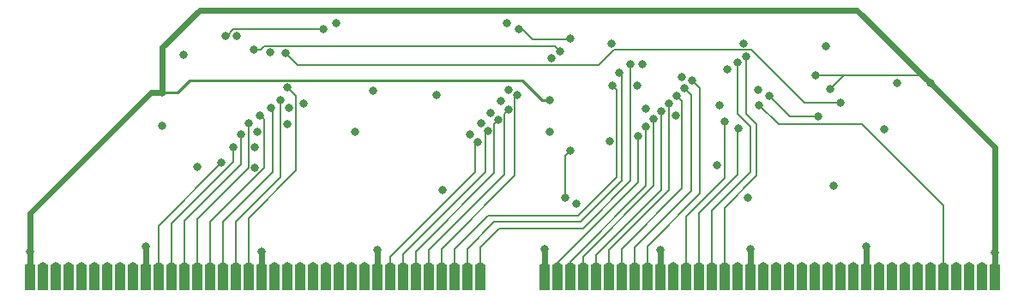
<source format=gbl>
G04 #@! TF.GenerationSoftware,KiCad,Pcbnew,7.0.9*
G04 #@! TF.CreationDate,2024-01-22T22:48:28+01:00*
G04 #@! TF.ProjectId,simm72,73696d6d-3732-42e6-9b69-6361645f7063,A*
G04 #@! TF.SameCoordinates,Original*
G04 #@! TF.FileFunction,Copper,L4,Bot*
G04 #@! TF.FilePolarity,Positive*
%FSLAX46Y46*%
G04 Gerber Fmt 4.6, Leading zero omitted, Abs format (unit mm)*
G04 Created by KiCad (PCBNEW 7.0.9) date 2024-01-22 22:48:28*
%MOMM*%
%LPD*%
G01*
G04 APERTURE LIST*
G04 #@! TA.AperFunction,SMDPad,CuDef*
%ADD10R,1.040000X2.540000*%
G04 #@! TD*
G04 #@! TA.AperFunction,ViaPad*
%ADD11C,0.800000*%
G04 #@! TD*
G04 #@! TA.AperFunction,Conductor*
%ADD12C,0.609600*%
G04 #@! TD*
G04 #@! TA.AperFunction,Conductor*
%ADD13C,0.152400*%
G04 #@! TD*
G04 #@! TA.AperFunction,Conductor*
%ADD14C,0.254000*%
G04 #@! TD*
G04 APERTURE END LIST*
D10*
X57375000Y-113921000D03*
X58645000Y-113921000D03*
X59915000Y-113921000D03*
X61185000Y-113921000D03*
X62455000Y-113921000D03*
X63725000Y-113921000D03*
X64995000Y-113921000D03*
X66265000Y-113921000D03*
X67535000Y-113921000D03*
X68805000Y-113921000D03*
X70075000Y-113921000D03*
X71345000Y-113921000D03*
X72615000Y-113921000D03*
X73885000Y-113921000D03*
X75155000Y-113921000D03*
X76425000Y-113921000D03*
X77695000Y-113921000D03*
X78965000Y-113921000D03*
X80235000Y-113921000D03*
X81505000Y-113921000D03*
X82775000Y-113921000D03*
X84045000Y-113921000D03*
X85315000Y-113921000D03*
X86585000Y-113921000D03*
X87855000Y-113921000D03*
X89125000Y-113921000D03*
X90395000Y-113921000D03*
X91665000Y-113921000D03*
X92935000Y-113921000D03*
X94205000Y-113921000D03*
X95475000Y-113921000D03*
X96745000Y-113921000D03*
X98015000Y-113921000D03*
X99285000Y-113921000D03*
X100555000Y-113921000D03*
X101825000Y-113921000D03*
X108175000Y-113921000D03*
X109445000Y-113921000D03*
X110715000Y-113921000D03*
X111985000Y-113921000D03*
X113255000Y-113921000D03*
X114525000Y-113921000D03*
X115795000Y-113921000D03*
X117065000Y-113921000D03*
X118335000Y-113921000D03*
X119605000Y-113921000D03*
X120875000Y-113921000D03*
X122145000Y-113921000D03*
X123415000Y-113921000D03*
X124685000Y-113921000D03*
X125955000Y-113921000D03*
X127225000Y-113921000D03*
X128495000Y-113921000D03*
X129765000Y-113921000D03*
X131035000Y-113921000D03*
X132305000Y-113921000D03*
X133575000Y-113921000D03*
X134845000Y-113921000D03*
X136115000Y-113921000D03*
X137385000Y-113921000D03*
X138655000Y-113921000D03*
X139925000Y-113921000D03*
X141195000Y-113921000D03*
X142465000Y-113921000D03*
X143735000Y-113921000D03*
X145005000Y-113921000D03*
X146275000Y-113921000D03*
X147545000Y-113921000D03*
X148815000Y-113921000D03*
X150085000Y-113921000D03*
X151355000Y-113921000D03*
X152625000Y-113921000D03*
D11*
X58645000Y-112854200D03*
X86378816Y-89362184D03*
X76679000Y-90045000D03*
X105635000Y-89381900D03*
X110778134Y-90362134D03*
X59915000Y-112854200D03*
X61185000Y-112854200D03*
X62455000Y-112854200D03*
X63725000Y-112854200D03*
X64995000Y-112854200D03*
X66265000Y-112854200D03*
X67535000Y-112854200D03*
X138655000Y-112854200D03*
X137385000Y-112854200D03*
X136115000Y-112854200D03*
X101952000Y-98681000D03*
X121764000Y-94109000D03*
X127860000Y-90813900D03*
X108175000Y-111127000D03*
X142973000Y-94744000D03*
X79593100Y-101094000D03*
X114779000Y-90800100D03*
X68805000Y-110873000D03*
X128495000Y-112854200D03*
X121135900Y-97919000D03*
X68805000Y-112854200D03*
X126209000Y-93340100D03*
X128495000Y-111127000D03*
X70456000Y-98935000D03*
X80235000Y-111381000D03*
X111350000Y-106675100D03*
X73885000Y-102999000D03*
X135988000Y-91061000D03*
X77822000Y-90045000D03*
X125447000Y-96903000D03*
X141779000Y-99316000D03*
X82775000Y-98808000D03*
X139925000Y-110873000D03*
X104492000Y-88775000D03*
X97507000Y-95887000D03*
X125193000Y-102872000D03*
X91665000Y-112854200D03*
X114652000Y-100509800D03*
X129257000Y-95379000D03*
X72568034Y-91903034D03*
X108175000Y-112854200D03*
X89506000Y-99570000D03*
X79593100Y-103126000D03*
X117319000Y-95004900D03*
X81124000Y-91695500D03*
X139925000Y-112854200D03*
X91665000Y-111254000D03*
X108683000Y-99570000D03*
X79860900Y-99570000D03*
X91284000Y-95506000D03*
X118208000Y-97284000D03*
X87601000Y-88775000D03*
X98142000Y-105285000D03*
X128241000Y-106047000D03*
X100809000Y-99824000D03*
X102841000Y-97665000D03*
X119605000Y-112854200D03*
X104619000Y-95379000D03*
X80235000Y-112854200D03*
X136750000Y-104904000D03*
X82965134Y-97220866D03*
X108873134Y-92267134D03*
X84425634Y-96776366D03*
X103857000Y-96522000D03*
X119605000Y-111254000D03*
X117827000Y-92839000D03*
X70075000Y-112854200D03*
X76298000Y-102618000D03*
X77441000Y-101094000D03*
X71345000Y-112854200D03*
X72615000Y-112854200D03*
X78203000Y-99824000D03*
X73885000Y-112854200D03*
X78965000Y-98681000D03*
X80108366Y-97918634D03*
X75155000Y-112854200D03*
X81187866Y-97220134D03*
X76425000Y-112854200D03*
X82140000Y-96395000D03*
X77695000Y-112854200D03*
X78965000Y-112854200D03*
X82774634Y-95125366D03*
X81505000Y-112854200D03*
X82775000Y-112854200D03*
X84045000Y-112854200D03*
X85315000Y-112854200D03*
X86585000Y-112854200D03*
X87855000Y-112854200D03*
X89125000Y-112854200D03*
X90395000Y-112854200D03*
X92935000Y-112854200D03*
X101577900Y-100586000D03*
X94205000Y-112854200D03*
X102593900Y-99443000D03*
X103603000Y-98381900D03*
X95475000Y-112854200D03*
X104625900Y-97381900D03*
X96745000Y-112854200D03*
X105508000Y-95887000D03*
X98015000Y-112854200D03*
X114906000Y-94991100D03*
X99285000Y-112854200D03*
X100555000Y-112854200D03*
X115541000Y-93734900D03*
X101825000Y-112854200D03*
X116684000Y-92839000D03*
X117446000Y-99951000D03*
X109445000Y-112854200D03*
X118208000Y-99062000D03*
X110715000Y-112854200D03*
X118970000Y-98300000D03*
X111985000Y-112854200D03*
X119732000Y-97538000D03*
X113255000Y-112854200D03*
X114525000Y-112854200D03*
X120494000Y-96776000D03*
X121256000Y-96014000D03*
X115795000Y-112854200D03*
X117065000Y-112854200D03*
X122018000Y-95252000D03*
X122780000Y-94490000D03*
X118335000Y-112854200D03*
X122145000Y-112854200D03*
X125955000Y-98554000D03*
X123415000Y-112854200D03*
X127352000Y-99189000D03*
X127225000Y-92712000D03*
X124685000Y-112854200D03*
X125955000Y-112854200D03*
X128114000Y-92070100D03*
X127225000Y-112854200D03*
X110715000Y-101431100D03*
X110207000Y-106047000D03*
X129765000Y-112854200D03*
X131035000Y-112854200D03*
X132305000Y-112854200D03*
X133575000Y-112854200D03*
X134845000Y-112854200D03*
X130400000Y-96014000D03*
X135226000Y-98046000D03*
X109699000Y-91569000D03*
X79473000Y-91381006D03*
X147545000Y-112854200D03*
X129384000Y-96903000D03*
X148815000Y-112854200D03*
X146275000Y-112854200D03*
X150085000Y-112854200D03*
X151355000Y-112854200D03*
X137385000Y-96649000D03*
X82623090Y-91720410D03*
X142465000Y-112854200D03*
X141195000Y-112854200D03*
X145005000Y-112854200D03*
X143735000Y-112854200D03*
X152625000Y-111508000D03*
X108683000Y-96395000D03*
X57375000Y-111381000D03*
X146275000Y-94744000D03*
X134972000Y-93982000D03*
X70456000Y-95633000D03*
X136432500Y-95315500D03*
X57375000Y-112854200D03*
X152625000Y-112854200D03*
X120875000Y-112854200D03*
D12*
X146275000Y-94744000D02*
X139031000Y-87500000D01*
X139031000Y-87500000D02*
X74144000Y-87500000D01*
X74144000Y-87500000D02*
X70456000Y-91188000D01*
X70456000Y-91188000D02*
X70456000Y-95633000D01*
D13*
X86378816Y-89362184D02*
X86331000Y-89410000D01*
X105987900Y-89381900D02*
X105635000Y-89381900D01*
X76865000Y-90045000D02*
X76679000Y-90045000D01*
X110778134Y-90362134D02*
X110714268Y-90426000D01*
X110714268Y-90426000D02*
X107032000Y-90426000D01*
X86331000Y-89410000D02*
X77500000Y-89410000D01*
X77500000Y-89410000D02*
X76865000Y-90045000D01*
X107032000Y-90426000D02*
X105987900Y-89381900D01*
D12*
X80235000Y-111381000D02*
X80235000Y-112854200D01*
X128495000Y-112854200D02*
X128495000Y-111127000D01*
X108175000Y-111127000D02*
X108175000Y-112854200D01*
X119605000Y-111254000D02*
X119605000Y-112854200D01*
X91665000Y-111254000D02*
X91665000Y-112854200D01*
X139925000Y-110873000D02*
X139925000Y-112854200D01*
X68805000Y-110873000D02*
X68805000Y-112854200D01*
D13*
X76298000Y-102618000D02*
X70075000Y-108841000D01*
X70075000Y-108841000D02*
X70075000Y-112854200D01*
X77441000Y-102491000D02*
X71345000Y-108587000D01*
X77441000Y-101094000D02*
X77441000Y-102491000D01*
X71345000Y-108587000D02*
X71345000Y-112854200D01*
X78203000Y-102745000D02*
X72615000Y-108333000D01*
X72615000Y-108333000D02*
X72615000Y-112854200D01*
X78203000Y-99824000D02*
X78203000Y-102745000D01*
X78965000Y-98681000D02*
X78965000Y-103126000D01*
X78965000Y-103126000D02*
X73885000Y-108206000D01*
X73885000Y-108206000D02*
X73885000Y-112854200D01*
X80489000Y-103126000D02*
X75155000Y-108460000D01*
X80108366Y-97918634D02*
X80489000Y-98299268D01*
X80489000Y-98299268D02*
X80489000Y-103126000D01*
X75155000Y-108460000D02*
X75155000Y-112854200D01*
X81378000Y-97410268D02*
X81378000Y-103507000D01*
X81378000Y-103507000D02*
X76425000Y-108460000D01*
X81187866Y-97220134D02*
X81378000Y-97410268D01*
X76425000Y-108460000D02*
X76425000Y-112854200D01*
X82140000Y-96395000D02*
X82140000Y-104015000D01*
X82140000Y-104015000D02*
X77695000Y-108460000D01*
X77695000Y-108460000D02*
X77695000Y-112854200D01*
X83664000Y-103380000D02*
X78965000Y-108079000D01*
X78965000Y-108079000D02*
X78965000Y-112854200D01*
X82774634Y-95125366D02*
X83664000Y-96014732D01*
X83664000Y-96014732D02*
X83664000Y-103380000D01*
X101317000Y-103507000D02*
X92935000Y-111889000D01*
X92935000Y-111889000D02*
X92935000Y-112854200D01*
X101317000Y-100846900D02*
X101317000Y-103507000D01*
X101577900Y-100586000D02*
X101317000Y-100846900D01*
X102333000Y-99703900D02*
X102333000Y-103507000D01*
X102593900Y-99443000D02*
X102333000Y-99703900D01*
X94205000Y-111635000D02*
X94205000Y-112854200D01*
X102333000Y-103507000D02*
X94205000Y-111635000D01*
X103222000Y-103634000D02*
X95475000Y-111381000D01*
X103603000Y-98381900D02*
X103222000Y-98762900D01*
X95475000Y-111381000D02*
X95475000Y-112854200D01*
X103222000Y-98762900D02*
X103222000Y-103634000D01*
X104625900Y-97381900D02*
X104625900Y-97404100D01*
X104625900Y-97404100D02*
X104238000Y-97792000D01*
X96745000Y-111254000D02*
X96745000Y-112854200D01*
X104238000Y-103761000D02*
X96745000Y-111254000D01*
X104238000Y-97792000D02*
X104238000Y-103761000D01*
X98015000Y-111127000D02*
X98015000Y-112854200D01*
X105254000Y-96141000D02*
X105254000Y-103888000D01*
X105508000Y-95887000D02*
X105254000Y-96141000D01*
X105254000Y-103888000D02*
X98015000Y-111127000D01*
X115287000Y-95372100D02*
X115287000Y-104015000D01*
X111477000Y-107825000D02*
X102587000Y-107825000D01*
X99285000Y-111127000D02*
X99285000Y-112854200D01*
X115287000Y-104015000D02*
X111477000Y-107825000D01*
X102587000Y-107825000D02*
X99285000Y-111127000D01*
X114906000Y-94991100D02*
X115287000Y-95372100D01*
X115795000Y-93988900D02*
X115795000Y-104396000D01*
X115795000Y-104396000D02*
X111731000Y-108460000D01*
X103222000Y-108460000D02*
X100555000Y-111127000D01*
X111731000Y-108460000D02*
X103222000Y-108460000D01*
X115541000Y-93734900D02*
X115795000Y-93988900D01*
X100555000Y-111127000D02*
X100555000Y-112854200D01*
X116684000Y-104396000D02*
X111985000Y-109095000D01*
X111985000Y-109095000D02*
X103730000Y-109095000D01*
X103730000Y-109095000D02*
X101825000Y-111000000D01*
X101825000Y-111000000D02*
X101825000Y-112854200D01*
X116684000Y-92839000D02*
X116684000Y-104396000D01*
X109445000Y-112524000D02*
X109445000Y-112854200D01*
X117446000Y-99951000D02*
X117446000Y-104523000D01*
X117446000Y-104523000D02*
X109445000Y-112524000D01*
X110715000Y-112397000D02*
X110715000Y-112854200D01*
X118208000Y-104904000D02*
X110715000Y-112397000D01*
X118208000Y-99062000D02*
X118208000Y-104904000D01*
X118970000Y-104904000D02*
X111985000Y-111889000D01*
X118970000Y-98300000D02*
X118970000Y-104904000D01*
X111985000Y-111889000D02*
X111985000Y-112854200D01*
X119732000Y-97538000D02*
X119732000Y-105285000D01*
X119732000Y-105285000D02*
X113255000Y-111762000D01*
X113255000Y-111762000D02*
X113255000Y-112854200D01*
X120494000Y-96776000D02*
X120494000Y-105285000D01*
X120494000Y-105285000D02*
X114525000Y-111254000D01*
X114525000Y-111254000D02*
X114525000Y-112854200D01*
X121764000Y-96522000D02*
X121764000Y-105158000D01*
X121256000Y-96014000D02*
X121764000Y-96522000D01*
X121764000Y-105158000D02*
X115795000Y-111127000D01*
X115795000Y-111127000D02*
X115795000Y-112854200D01*
X122653000Y-95887000D02*
X122653000Y-105412000D01*
X122653000Y-105412000D02*
X117065000Y-111000000D01*
X122018000Y-95252000D02*
X122653000Y-95887000D01*
X117065000Y-111000000D02*
X117065000Y-112854200D01*
X123542000Y-95252000D02*
X123542000Y-105666000D01*
X123542000Y-105666000D02*
X118335000Y-110873000D01*
X118335000Y-110873000D02*
X118335000Y-112854200D01*
X122780000Y-94490000D02*
X123542000Y-95252000D01*
X122145000Y-107952000D02*
X125955000Y-104142000D01*
X122145000Y-112854200D02*
X122145000Y-107952000D01*
X125955000Y-104142000D02*
X125955000Y-98554000D01*
X123415000Y-112854200D02*
X123415000Y-107609100D01*
X123415000Y-107609100D02*
X127225000Y-103799100D01*
X127225000Y-99316000D02*
X127352000Y-99189000D01*
X127225000Y-103799100D02*
X127225000Y-99316000D01*
X128495000Y-103507000D02*
X124685000Y-107317000D01*
X124685000Y-107317000D02*
X124685000Y-112854200D01*
X127225000Y-97792000D02*
X128495000Y-99062000D01*
X128495000Y-99062000D02*
X128495000Y-103507000D01*
X127225000Y-92712000D02*
X127225000Y-97792000D01*
X128114000Y-97792000D02*
X129130000Y-98808000D01*
X128114000Y-92070100D02*
X128114000Y-97792000D01*
X125955000Y-107063000D02*
X125955000Y-112854200D01*
X129130000Y-103888000D02*
X125955000Y-107063000D01*
X129130000Y-98808000D02*
X129130000Y-103888000D01*
X110207000Y-101939100D02*
X110207000Y-106047000D01*
X110715000Y-101431100D02*
X110207000Y-101939100D01*
X132432000Y-98046000D02*
X135226000Y-98046000D01*
X130400000Y-96014000D02*
X132432000Y-98046000D01*
X79473000Y-91381006D02*
X80168994Y-91381006D01*
X80482600Y-91067400D02*
X109197400Y-91067400D01*
X109197400Y-91067400D02*
X109699000Y-91569000D01*
X139544000Y-98808000D02*
X147545000Y-106809000D01*
X129384000Y-96903000D02*
X131289000Y-98808000D01*
X131289000Y-98808000D02*
X139544000Y-98808000D01*
X80168994Y-91381006D02*
X80482600Y-91067400D01*
X147545000Y-106809000D02*
X147545000Y-112854200D01*
X83791000Y-92966000D02*
X113509000Y-92966000D01*
X82623090Y-91720410D02*
X82623090Y-91798090D01*
X82623090Y-91798090D02*
X83791000Y-92966000D01*
X113509000Y-92966000D02*
X115033000Y-91442000D01*
X128622000Y-91442000D02*
X133829000Y-96649000D01*
X133829000Y-96649000D02*
X137385000Y-96649000D01*
X115033000Y-91442000D02*
X128622000Y-91442000D01*
D14*
X105971966Y-94445966D02*
X73167034Y-94445966D01*
D13*
X145513000Y-93982000D02*
X137893000Y-93982000D01*
D12*
X69313000Y-95633000D02*
X70456000Y-95633000D01*
D14*
X107921000Y-96395000D02*
X105971966Y-94445966D01*
D13*
X137893000Y-93982000D02*
X134972000Y-93982000D01*
D12*
X152625000Y-101094000D02*
X146275000Y-94744000D01*
X57375000Y-111381000D02*
X57375000Y-107571000D01*
D13*
X137766000Y-93982000D02*
X137893000Y-93982000D01*
X146275000Y-94744000D02*
X145513000Y-93982000D01*
X136432500Y-95315500D02*
X137766000Y-93982000D01*
D12*
X152625000Y-111508000D02*
X152625000Y-112854200D01*
D14*
X73167034Y-94445966D02*
X71980000Y-95633000D01*
X108683000Y-96395000D02*
X107921000Y-96395000D01*
D12*
X152625000Y-111508000D02*
X152625000Y-101094000D01*
X57375000Y-111381000D02*
X57375000Y-112854200D01*
X57375000Y-107571000D02*
X69313000Y-95633000D01*
D14*
X71980000Y-95633000D02*
X70456000Y-95633000D01*
M02*

</source>
